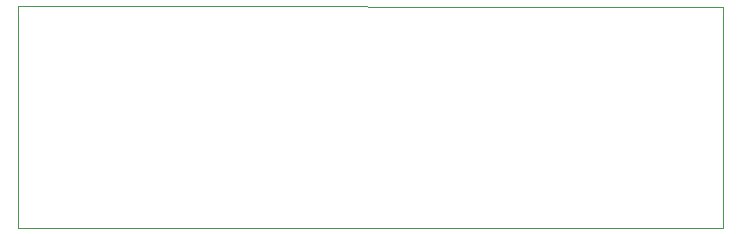
<source format=gbr>
%TF.GenerationSoftware,KiCad,Pcbnew,(6.0.1)*%
%TF.CreationDate,2022-02-13T16:15:42+01:00*%
%TF.ProjectId,PiStackMon_lite,50695374-6163-46b4-9d6f-6e5f6c697465,rev?*%
%TF.SameCoordinates,Original*%
%TF.FileFunction,Profile,NP*%
%FSLAX46Y46*%
G04 Gerber Fmt 4.6, Leading zero omitted, Abs format (unit mm)*
G04 Created by KiCad (PCBNEW (6.0.1)) date 2022-02-13 16:15:42*
%MOMM*%
%LPD*%
G01*
G04 APERTURE LIST*
%TA.AperFunction,Profile*%
%ADD10C,0.120000*%
%TD*%
G04 APERTURE END LIST*
D10*
X23050000Y-47200000D02*
X82750000Y-47200000D01*
X23050000Y-47200000D02*
X23050000Y-28450000D01*
X82750000Y-47200000D02*
X82750000Y-28500000D01*
X82750000Y-28500000D02*
X23050000Y-28450000D01*
M02*

</source>
